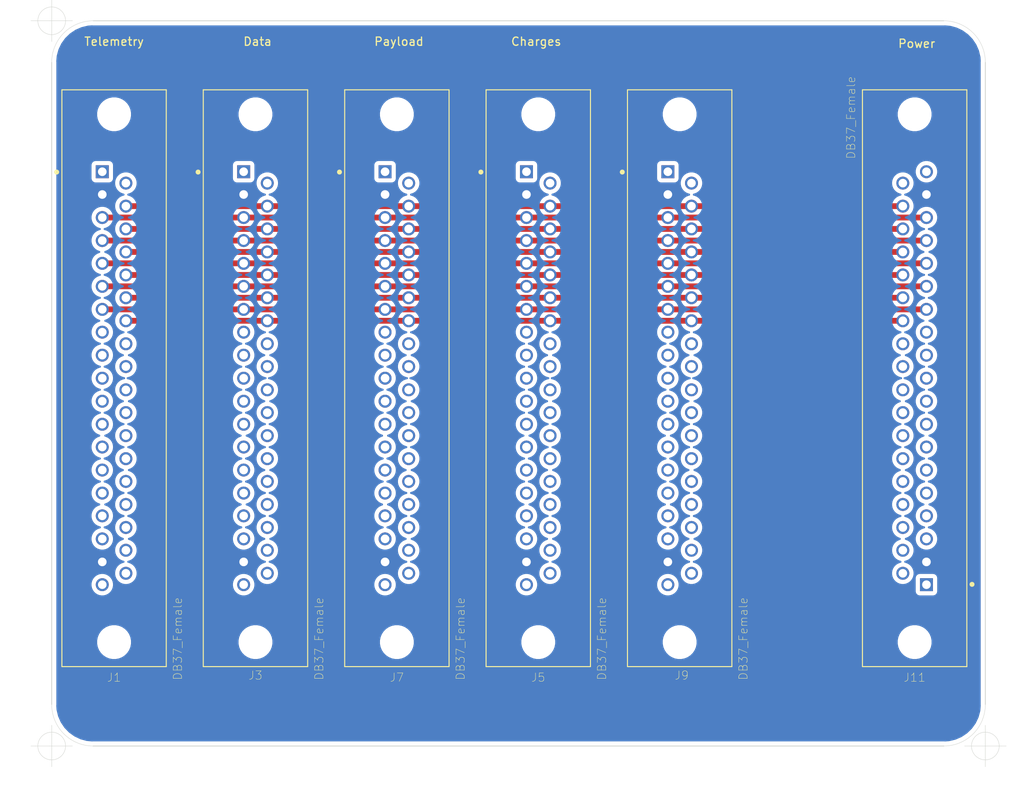
<source format=kicad_pcb>
(kicad_pcb (version 20171130) (host pcbnew "(5.1.10)-1")
  (layers (0 F.Cu signal) (1 5v signal hide) (2 Ground signal hide) (31 3v3 signal hide) (34 B.Paste user) (35 F.Paste user) (36 B.SilkS user) (37 F.SilkS user) (38 B.Mask user) (39 F.Mask user) (44 Edge.Cuts user))
  (net 0 "")
  (net 1 GND)
  (net 2 +5V)
  (net 3 "Net-(J1-Pad36)")
  (net 4 "Net-(J1-Pad35)")
  (net 5 "Net-(J1-Pad34)")
  (net 6 "Net-(J1-Pad33)")
  (net 7 "Net-(J1-Pad32)")
  (net 8 "Net-(J1-Pad31)")
  (net 9 "Net-(J1-Pad30)")
  (net 10 "Net-(J1-Pad29)")
  (net 11 "Net-(J1-Pad28)")
  (net 12 "Net-(J1-Pad27)")
  (net 13 +3V3)
  (net 14 "Net-(J1-Pad17)")
  (net 15 "Net-(J1-Pad16)")
  (net 16 "Net-(J1-Pad15)")
  (net 17 "Net-(J1-Pad14)")
  (net 18 "Net-(J1-Pad13)")
  (net 19 "Net-(J1-Pad12)")
  (net 20 "Net-(J1-Pad11)")
  (net 21 "Net-(J1-Pad9)")
  (net 22 "Net-(J1-Pad8)")
  (net 23 "Net-(J1-Pad10)")
  (net 24 "Net-(J3-Pad36)")
  (net 25 "Net-(J3-Pad35)")
  (net 26 "Net-(J3-Pad34)")
  (net 27 "Net-(J3-Pad33)")
  (net 28 "Net-(J3-Pad32)")
  (net 29 "Net-(J3-Pad31)")
  (net 30 "Net-(J3-Pad30)")
  (net 31 "Net-(J3-Pad29)")
  (net 32 "Net-(J3-Pad28)")
  (net 33 "Net-(J3-Pad27)")
  (net 34 "Net-(J3-Pad17)")
  (net 35 "Net-(J3-Pad16)")
  (net 36 "Net-(J3-Pad15)")
  (net 37 "Net-(J3-Pad14)")
  (net 38 "Net-(J3-Pad13)")
  (net 39 "Net-(J3-Pad12)")
  (net 40 "Net-(J3-Pad11)")
  (net 41 "Net-(J3-Pad9)")
  (net 42 "Net-(J3-Pad8)")
  (net 43 "Net-(J3-Pad10)")
  (net 44 "Net-(J5-Pad36)")
  (net 45 "Net-(J5-Pad35)")
  (net 46 "Net-(J5-Pad34)")
  (net 47 "Net-(J5-Pad33)")
  (net 48 "Net-(J5-Pad32)")
  (net 49 "Net-(J5-Pad31)")
  (net 50 "Net-(J5-Pad30)")
  (net 51 "Net-(J5-Pad29)")
  (net 52 "Net-(J5-Pad28)")
  (net 53 "Net-(J5-Pad27)")
  (net 54 "Net-(J5-Pad17)")
  (net 55 "Net-(J5-Pad16)")
  (net 56 "Net-(J5-Pad15)")
  (net 57 "Net-(J5-Pad14)")
  (net 58 "Net-(J5-Pad13)")
  (net 59 "Net-(J5-Pad12)")
  (net 60 "Net-(J5-Pad11)")
  (net 61 "Net-(J5-Pad9)")
  (net 62 "Net-(J5-Pad8)")
  (net 63 "Net-(J5-Pad10)")
  (net 64 /Fire_Redundant)
  (net 65 /NRT)
  (net 66 /Alert_sda)
  (net 67 /SWCLK)
  (net 68 /t_clk)
  (net 69 /tmosi)
  (net 70 /Fire)
  (net 71 /Alert_active)
  (net 72 /Alert_scl)
  (net 73 /SWDIo)
  (net 74 /tmiso)
  (net 75 "Net-(J7-Pad36)")
  (net 76 "Net-(J7-Pad35)")
  (net 77 "Net-(J7-Pad34)")
  (net 78 "Net-(J7-Pad33)")
  (net 79 "Net-(J7-Pad32)")
  (net 80 "Net-(J7-Pad31)")
  (net 81 "Net-(J7-Pad30)")
  (net 82 "Net-(J7-Pad29)")
  (net 83 "Net-(J7-Pad28)")
  (net 84 "Net-(J7-Pad27)")
  (net 85 "Net-(J7-Pad17)")
  (net 86 "Net-(J7-Pad16)")
  (net 87 "Net-(J7-Pad15)")
  (net 88 "Net-(J7-Pad14)")
  (net 89 "Net-(J7-Pad13)")
  (net 90 "Net-(J7-Pad12)")
  (net 91 "Net-(J7-Pad11)")
  (net 92 "Net-(J7-Pad9)")
  (net 93 "Net-(J7-Pad8)")
  (net 94 "Net-(J7-Pad10)")
  (net 95 "Net-(J9-Pad36)")
  (net 96 "Net-(J9-Pad35)")
  (net 97 "Net-(J9-Pad34)")
  (net 98 "Net-(J9-Pad33)")
  (net 99 "Net-(J9-Pad32)")
  (net 100 "Net-(J9-Pad31)")
  (net 101 "Net-(J9-Pad30)")
  (net 102 "Net-(J9-Pad29)")
  (net 103 "Net-(J9-Pad28)")
  (net 104 "Net-(J9-Pad27)")
  (net 105 "Net-(J9-Pad17)")
  (net 106 "Net-(J9-Pad16)")
  (net 107 "Net-(J9-Pad15)")
  (net 108 "Net-(J9-Pad14)")
  (net 109 "Net-(J9-Pad13)")
  (net 110 "Net-(J9-Pad12)")
  (net 111 "Net-(J9-Pad11)")
  (net 112 "Net-(J9-Pad9)")
  (net 113 "Net-(J9-Pad8)")
  (net 114 "Net-(J9-Pad10)")
  (net 115 "Net-(J11-Pad30)")
  (net 116 "Net-(J11-Pad29)")
  (net 117 "Net-(J11-Pad28)")
  (net 118 "Net-(J11-Pad27)")
  (net 119 "Net-(J11-Pad26)")
  (net 120 "Net-(J11-Pad25)")
  (net 121 "Net-(J11-Pad24)")
  (net 122 "Net-(J11-Pad23)")
  (net 123 "Net-(J11-Pad22)")
  (net 124 "Net-(J11-Pad21)")
  (net 125 "Net-(J11-Pad12)")
  (net 126 "Net-(J11-Pad11)")
  (net 127 "Net-(J11-Pad9)")
  (net 128 "Net-(J11-Pad8)")
  (net 129 "Net-(J11-Pad7)")
  (net 130 "Net-(J11-Pad6)")
  (net 131 "Net-(J11-Pad5)")
  (net 132 "Net-(J11-Pad4)")
  (net 133 "Net-(J11-Pad3)")
  (net 134 "Net-(J11-Pad10)")
  (module 1-747301-6:TE_1-747301-6 (layer F.Cu) (at 196.25 83.25 270)
    (fp_text reference J11 (at 36 0 180) (layer F.SilkS) (effects (font (size 1.00039 1.00039) (thickness 0.05))))
    (fp_text value DB37_Female (at -31.3446 7.64978 90) (layer F.SilkS) (effects (font (size 1.00062 1.00062) (thickness 0.05))))
    (fp_line (start -34.695 -6.275) (end 34.695 -6.275) (layer F.SilkS) (width 0.127))
    (fp_line (start 34.695 -6.275) (end 34.695 6.275) (layer F.SilkS) (width 0.127))
    (fp_line (start 34.695 6.275) (end -34.695 6.275) (layer F.SilkS) (width 0.127))
    (fp_line (start -34.695 6.275) (end -34.695 -6.275) (layer F.SilkS) (width 0.127))
    (fp_circle (center 24.8 -6.9) (end 24.95 -6.9) (layer F.SilkS) (width 0.3))
    (pad 37 thru_hole circle (at -23.47 1.42 270) (size 1.56 1.56) (drill 1.04) (layers *.Cu *.Mask) (net 2 +5V))
    (pad 36 thru_hole circle (at -20.7 1.42 270) (size 1.56 1.56) (drill 1.04) (layers *.Cu *.Mask) (net 69 /tmosi))
    (pad 35 thru_hole circle (at -17.96 1.42 270) (size 1.56 1.56) (drill 1.04) (layers *.Cu *.Mask) (net 68 /t_clk))
    (pad 34 thru_hole circle (at -15.19 1.42 270) (size 1.56 1.56) (drill 1.04) (layers *.Cu *.Mask) (net 67 /SWCLK))
    (pad 33 thru_hole circle (at -12.42 1.42 270) (size 1.56 1.56) (drill 1.04) (layers *.Cu *.Mask) (net 66 /Alert_sda))
    (pad 32 thru_hole circle (at -9.68 1.42 270) (size 1.56 1.56) (drill 1.04) (layers *.Cu *.Mask) (net 65 /NRT))
    (pad 31 thru_hole circle (at -6.91 1.42 270) (size 1.56 1.56) (drill 1.04) (layers *.Cu *.Mask) (net 64 /Fire_Redundant))
    (pad 30 thru_hole circle (at -4.14 1.42 270) (size 1.56 1.56) (drill 1.04) (layers *.Cu *.Mask) (net 115 "Net-(J11-Pad30)"))
    (pad 29 thru_hole circle (at -1.4 1.42 270) (size 1.56 1.56) (drill 1.04) (layers *.Cu *.Mask) (net 116 "Net-(J11-Pad29)"))
    (pad 28 thru_hole circle (at 1.4 1.42 270) (size 1.56 1.56) (drill 1.04) (layers *.Cu *.Mask) (net 117 "Net-(J11-Pad28)"))
    (pad 27 thru_hole circle (at 4.14 1.42 270) (size 1.56 1.56) (drill 1.04) (layers *.Cu *.Mask) (net 118 "Net-(J11-Pad27)"))
    (pad 26 thru_hole circle (at 6.91 1.42 270) (size 1.56 1.56) (drill 1.04) (layers *.Cu *.Mask) (net 119 "Net-(J11-Pad26)"))
    (pad 25 thru_hole circle (at 9.68 1.42 270) (size 1.56 1.56) (drill 1.04) (layers *.Cu *.Mask) (net 120 "Net-(J11-Pad25)"))
    (pad 24 thru_hole circle (at 12.42 1.42 270) (size 1.56 1.56) (drill 1.04) (layers *.Cu *.Mask) (net 121 "Net-(J11-Pad24)"))
    (pad 23 thru_hole circle (at 15.19 1.42 270) (size 1.56 1.56) (drill 1.04) (layers *.Cu *.Mask) (net 122 "Net-(J11-Pad23)"))
    (pad 22 thru_hole circle (at 17.96 1.42 270) (size 1.56 1.56) (drill 1.04) (layers *.Cu *.Mask) (net 123 "Net-(J11-Pad22)"))
    (pad 21 thru_hole circle (at 20.7 1.42 270) (size 1.56 1.56) (drill 1.04) (layers *.Cu *.Mask) (net 124 "Net-(J11-Pad21)"))
    (pad 20 thru_hole circle (at 23.47 1.42 270) (size 1.56 1.56) (drill 1.04) (layers *.Cu *.Mask) (net 2 +5V))
    (pad 19 thru_hole circle (at -24.84 -1.42 270) (size 1.56 1.56) (drill 1.04) (layers *.Cu *.Mask) (net 1 GND))
    (pad 18 thru_hole circle (at -22.1 -1.42 270) (size 1.56 1.56) (drill 1.04) (layers *.Cu *.Mask) (net 13 +3V3))
    (pad 17 thru_hole circle (at -19.33 -1.42 270) (size 1.56 1.56) (drill 1.04) (layers *.Cu *.Mask) (net 74 /tmiso))
    (pad 16 thru_hole circle (at -16.56 -1.42 270) (size 1.56 1.56) (drill 1.04) (layers *.Cu *.Mask) (net 73 /SWDIo))
    (pad 15 thru_hole circle (at -13.82 -1.42 270) (size 1.56 1.56) (drill 1.04) (layers *.Cu *.Mask) (net 72 /Alert_scl))
    (pad 14 thru_hole circle (at -11.05 -1.42 270) (size 1.56 1.56) (drill 1.04) (layers *.Cu *.Mask) (net 71 /Alert_active))
    (pad 13 thru_hole circle (at -8.28 -1.42 270) (size 1.56 1.56) (drill 1.04) (layers *.Cu *.Mask) (net 70 /Fire))
    (pad 12 thru_hole circle (at -5.54 -1.42 270) (size 1.56 1.56) (drill 1.04) (layers *.Cu *.Mask) (net 125 "Net-(J11-Pad12)"))
    (pad 11 thru_hole circle (at -2.77 -1.42 270) (size 1.56 1.56) (drill 1.04) (layers *.Cu *.Mask) (net 126 "Net-(J11-Pad11)"))
    (pad 9 thru_hole circle (at 2.77 -1.42 270) (size 1.56 1.56) (drill 1.04) (layers *.Cu *.Mask) (net 127 "Net-(J11-Pad9)"))
    (pad 8 thru_hole circle (at 5.54 -1.42 270) (size 1.56 1.56) (drill 1.04) (layers *.Cu *.Mask) (net 128 "Net-(J11-Pad8)"))
    (pad 7 thru_hole circle (at 8.28 -1.42 270) (size 1.56 1.56) (drill 1.04) (layers *.Cu *.Mask) (net 129 "Net-(J11-Pad7)"))
    (pad 6 thru_hole circle (at 11.05 -1.42 270) (size 1.56 1.56) (drill 1.04) (layers *.Cu *.Mask) (net 130 "Net-(J11-Pad6)"))
    (pad 5 thru_hole circle (at 13.82 -1.42 270) (size 1.56 1.56) (drill 1.04) (layers *.Cu *.Mask) (net 131 "Net-(J11-Pad5)"))
    (pad 4 thru_hole circle (at 16.56 -1.42 270) (size 1.56 1.56) (drill 1.04) (layers *.Cu *.Mask) (net 132 "Net-(J11-Pad4)"))
    (pad 3 thru_hole circle (at 19.33 -1.42 270) (size 1.56 1.56) (drill 1.04) (layers *.Cu *.Mask) (net 133 "Net-(J11-Pad3)"))
    (pad 2 thru_hole circle (at 22.1 -1.42 270) (size 1.56 1.56) (drill 1.04) (layers *.Cu *.Mask) (net 13 +3V3))
    (pad 10 thru_hole circle (at 0 -1.42 270) (size 1.56 1.56) (drill 1.04) (layers *.Cu *.Mask) (net 134 "Net-(J11-Pad10)"))
    (pad 1 thru_hole rect (at 24.84 -1.42 270) (size 1.56 1.56) (drill 1.04) (layers *.Cu *.Mask) (net 1 GND))
    (pad Hole np_thru_hole circle (at 31.75 0 270) (size 3.05 3.05) (drill 3.05) (layers *.Cu *.Mask))
    (pad Hole np_thru_hole circle (at -31.75 0 270) (size 3.05 3.05) (drill 3.05) (layers *.Cu *.Mask))
  )
  (module 1-747301-6:TE_1-747301-6 (layer F.Cu) (at 168 83.25 90)
    (fp_text reference J9 (at -35.75 0.25 180) (layer F.SilkS) (effects (font (size 1.00039 1.00039) (thickness 0.05))))
    (fp_text value DB37_Female (at -31.3446 7.64978 90) (layer F.SilkS) (effects (font (size 1.00062 1.00062) (thickness 0.05))))
    (fp_line (start -34.695 -6.275) (end 34.695 -6.275) (layer F.SilkS) (width 0.127))
    (fp_line (start 34.695 -6.275) (end 34.695 6.275) (layer F.SilkS) (width 0.127))
    (fp_line (start 34.695 6.275) (end -34.695 6.275) (layer F.SilkS) (width 0.127))
    (fp_line (start -34.695 6.275) (end -34.695 -6.275) (layer F.SilkS) (width 0.127))
    (fp_circle (center 24.8 -6.9) (end 24.95 -6.9) (layer F.SilkS) (width 0.3))
    (pad 37 thru_hole circle (at -23.47 1.42 90) (size 1.56 1.56) (drill 1.04) (layers *.Cu *.Mask) (net 2 +5V))
    (pad 36 thru_hole circle (at -20.7 1.42 90) (size 1.56 1.56) (drill 1.04) (layers *.Cu *.Mask) (net 95 "Net-(J9-Pad36)"))
    (pad 35 thru_hole circle (at -17.96 1.42 90) (size 1.56 1.56) (drill 1.04) (layers *.Cu *.Mask) (net 96 "Net-(J9-Pad35)"))
    (pad 34 thru_hole circle (at -15.19 1.42 90) (size 1.56 1.56) (drill 1.04) (layers *.Cu *.Mask) (net 97 "Net-(J9-Pad34)"))
    (pad 33 thru_hole circle (at -12.42 1.42 90) (size 1.56 1.56) (drill 1.04) (layers *.Cu *.Mask) (net 98 "Net-(J9-Pad33)"))
    (pad 32 thru_hole circle (at -9.68 1.42 90) (size 1.56 1.56) (drill 1.04) (layers *.Cu *.Mask) (net 99 "Net-(J9-Pad32)"))
    (pad 31 thru_hole circle (at -6.91 1.42 90) (size 1.56 1.56) (drill 1.04) (layers *.Cu *.Mask) (net 100 "Net-(J9-Pad31)"))
    (pad 30 thru_hole circle (at -4.14 1.42 90) (size 1.56 1.56) (drill 1.04) (layers *.Cu *.Mask) (net 101 "Net-(J9-Pad30)"))
    (pad 29 thru_hole circle (at -1.4 1.42 90) (size 1.56 1.56) (drill 1.04) (layers *.Cu *.Mask) (net 102 "Net-(J9-Pad29)"))
    (pad 28 thru_hole circle (at 1.4 1.42 90) (size 1.56 1.56) (drill 1.04) (layers *.Cu *.Mask) (net 103 "Net-(J9-Pad28)"))
    (pad 27 thru_hole circle (at 4.14 1.42 90) (size 1.56 1.56) (drill 1.04) (layers *.Cu *.Mask) (net 104 "Net-(J9-Pad27)"))
    (pad 26 thru_hole circle (at 6.91 1.42 90) (size 1.56 1.56) (drill 1.04) (layers *.Cu *.Mask) (net 64 /Fire_Redundant))
    (pad 25 thru_hole circle (at 9.68 1.42 90) (size 1.56 1.56) (drill 1.04) (layers *.Cu *.Mask) (net 65 /NRT))
    (pad 24 thru_hole circle (at 12.42 1.42 90) (size 1.56 1.56) (drill 1.04) (layers *.Cu *.Mask) (net 66 /Alert_sda))
    (pad 23 thru_hole circle (at 15.19 1.42 90) (size 1.56 1.56) (drill 1.04) (layers *.Cu *.Mask) (net 67 /SWCLK))
    (pad 22 thru_hole circle (at 17.96 1.42 90) (size 1.56 1.56) (drill 1.04) (layers *.Cu *.Mask) (net 68 /t_clk))
    (pad 21 thru_hole circle (at 20.7 1.42 90) (size 1.56 1.56) (drill 1.04) (layers *.Cu *.Mask) (net 69 /tmosi))
    (pad 20 thru_hole circle (at 23.47 1.42 90) (size 1.56 1.56) (drill 1.04) (layers *.Cu *.Mask) (net 2 +5V))
    (pad 19 thru_hole circle (at -24.84 -1.42 90) (size 1.56 1.56) (drill 1.04) (layers *.Cu *.Mask) (net 1 GND))
    (pad 18 thru_hole circle (at -22.1 -1.42 90) (size 1.56 1.56) (drill 1.04) (layers *.Cu *.Mask) (net 13 +3V3))
    (pad 17 thru_hole circle (at -19.33 -1.42 90) (size 1.56 1.56) (drill 1.04) (layers *.Cu *.Mask) (net 105 "Net-(J9-Pad17)"))
    (pad 16 thru_hole circle (at -16.56 -1.42 90) (size 1.56 1.56) (drill 1.04) (layers *.Cu *.Mask) (net 106 "Net-(J9-Pad16)"))
    (pad 15 thru_hole circle (at -13.82 -1.42 90) (size 1.56 1.56) (drill 1.04) (layers *.Cu *.Mask) (net 107 "Net-(J9-Pad15)"))
    (pad 14 thru_hole circle (at -11.05 -1.42 90) (size 1.56 1.56) (drill 1.04) (layers *.Cu *.Mask) (net 108 "Net-(J9-Pad14)"))
    (pad 13 thru_hole circle (at -8.28 -1.42 90) (size 1.56 1.56) (drill 1.04) (layers *.Cu *.Mask) (net 109 "Net-(J9-Pad13)"))
    (pad 12 thru_hole circle (at -5.54 -1.42 90) (size 1.56 1.56) (drill 1.04) (layers *.Cu *.Mask) (net 110 "Net-(J9-Pad12)"))
    (pad 11 thru_hole circle (at -2.77 -1.42 90) (size 1.56 1.56) (drill 1.04) (layers *.Cu *.Mask) (net 111 "Net-(J9-Pad11)"))
    (pad 9 thru_hole circle (at 2.77 -1.42 90) (size 1.56 1.56) (drill 1.04) (layers *.Cu *.Mask) (net 112 "Net-(J9-Pad9)"))
    (pad 8 thru_hole circle (at 5.54 -1.42 90) (size 1.56 1.56) (drill 1.04) (layers *.Cu *.Mask) (net 113 "Net-(J9-Pad8)"))
    (pad 7 thru_hole circle (at 8.28 -1.42 90) (size 1.56 1.56) (drill 1.04) (layers *.Cu *.Mask) (net 70 /Fire))
    (pad 6 thru_hole circle (at 11.05 -1.42 90) (size 1.56 1.56) (drill 1.04) (layers *.Cu *.Mask) (net 71 /Alert_active))
    (pad 5 thru_hole circle (at 13.82 -1.42 90) (size 1.56 1.56) (drill 1.04) (layers *.Cu *.Mask) (net 72 /Alert_scl))
    (pad 4 thru_hole circle (at 16.56 -1.42 90) (size 1.56 1.56) (drill 1.04) (layers *.Cu *.Mask) (net 73 /SWDIo))
    (pad 3 thru_hole circle (at 19.33 -1.42 90) (size 1.56 1.56) (drill 1.04) (layers *.Cu *.Mask) (net 74 /tmiso))
    (pad 2 thru_hole circle (at 22.1 -1.42 90) (size 1.56 1.56) (drill 1.04) (layers *.Cu *.Mask) (net 13 +3V3))
    (pad 10 thru_hole circle (at 0 -1.42 90) (size 1.56 1.56) (drill 1.04) (layers *.Cu *.Mask) (net 114 "Net-(J9-Pad10)"))
    (pad 1 thru_hole rect (at 24.84 -1.42 90) (size 1.56 1.56) (drill 1.04) (layers *.Cu *.Mask) (net 1 GND))
    (pad Hole np_thru_hole circle (at 31.75 0 90) (size 3.05 3.05) (drill 3.05) (layers *.Cu *.Mask))
    (pad Hole np_thru_hole circle (at -31.75 0 90) (size 3.05 3.05) (drill 3.05) (layers *.Cu *.Mask))
  )
  (module 1-747301-6:TE_1-747301-6 (layer F.Cu) (at 134 83.25 90)
    (fp_text reference J7 (at -36 0 180) (layer F.SilkS) (effects (font (size 1.00039 1.00039) (thickness 0.05))))
    (fp_text value DB37_Female (at -31.3446 7.64978 90) (layer F.SilkS) (effects (font (size 1.00062 1.00062) (thickness 0.05))))
    (fp_line (start -34.695 -6.275) (end 34.695 -6.275) (layer F.SilkS) (width 0.127))
    (fp_line (start 34.695 -6.275) (end 34.695 6.275) (layer F.SilkS) (width 0.127))
    (fp_line (start 34.695 6.275) (end -34.695 6.275) (layer F.SilkS) (width 0.127))
    (fp_line (start -34.695 6.275) (end -34.695 -6.275) (layer F.SilkS) (width 0.127))
    (fp_circle (center 24.8 -6.9) (end 24.95 -6.9) (layer F.SilkS) (width 0.3))
    (pad 37 thru_hole circle (at -23.47 1.42 90) (size 1.56 1.56) (drill 1.04) (layers *.Cu *.Mask) (net 2 +5V))
    (pad 36 thru_hole circle (at -20.7 1.42 90) (size 1.56 1.56) (drill 1.04) (layers *.Cu *.Mask) (net 75 "Net-(J7-Pad36)"))
    (pad 35 thru_hole circle (at -17.96 1.42 90) (size 1.56 1.56) (drill 1.04) (layers *.Cu *.Mask) (net 76 "Net-(J7-Pad35)"))
    (pad 34 thru_hole circle (at -15.19 1.42 90) (size 1.56 1.56) (drill 1.04) (layers *.Cu *.Mask) (net 77 "Net-(J7-Pad34)"))
    (pad 33 thru_hole circle (at -12.42 1.42 90) (size 1.56 1.56) (drill 1.04) (layers *.Cu *.Mask) (net 78 "Net-(J7-Pad33)"))
    (pad 32 thru_hole circle (at -9.68 1.42 90) (size 1.56 1.56) (drill 1.04) (layers *.Cu *.Mask) (net 79 "Net-(J7-Pad32)"))
    (pad 31 thru_hole circle (at -6.91 1.42 90) (size 1.56 1.56) (drill 1.04) (layers *.Cu *.Mask) (net 80 "Net-(J7-Pad31)"))
    (pad 30 thru_hole circle (at -4.14 1.42 90) (size 1.56 1.56) (drill 1.04) (layers *.Cu *.Mask) (net 81 "Net-(J7-Pad30)"))
    (pad 29 thru_hole circle (at -1.4 1.42 90) (size 1.56 1.56) (drill 1.04) (layers *.Cu *.Mask) (net 82 "Net-(J7-Pad29)"))
    (pad 28 thru_hole circle (at 1.4 1.42 90) (size 1.56 1.56) (drill 1.04) (layers *.Cu *.Mask) (net 83 "Net-(J7-Pad28)"))
    (pad 27 thru_hole circle (at 4.14 1.42 90) (size 1.56 1.56) (drill 1.04) (layers *.Cu *.Mask) (net 84 "Net-(J7-Pad27)"))
    (pad 26 thru_hole circle (at 6.91 1.42 90) (size 1.56 1.56) (drill 1.04) (layers *.Cu *.Mask) (net 64 /Fire_Redundant))
    (pad 25 thru_hole circle (at 9.68 1.42 90) (size 1.56 1.56) (drill 1.04) (layers *.Cu *.Mask) (net 65 /NRT))
    (pad 24 thru_hole circle (at 12.42 1.42 90) (size 1.56 1.56) (drill 1.04) (layers *.Cu *.Mask) (net 66 /Alert_sda))
    (pad 23 thru_hole circle (at 15.19 1.42 90) (size 1.56 1.56) (drill 1.04) (layers *.Cu *.Mask) (net 67 /SWCLK))
    (pad 22 thru_hole circle (at 17.96 1.42 90) (size 1.56 1.56) (drill 1.04) (layers *.Cu *.Mask) (net 68 /t_clk))
    (pad 21 thru_hole circle (at 20.7 1.42 90) (size 1.56 1.56) (drill 1.04) (layers *.Cu *.Mask) (net 69 /tmosi))
    (pad 20 thru_hole circle (at 23.47 1.42 90) (size 1.56 1.56) (drill 1.04) (layers *.Cu *.Mask) (net 2 +5V))
    (pad 19 thru_hole circle (at -24.84 -1.42 90) (size 1.56 1.56) (drill 1.04) (layers *.Cu *.Mask) (net 1 GND))
    (pad 18 thru_hole circle (at -22.1 -1.42 90) (size 1.56 1.56) (drill 1.04) (layers *.Cu *.Mask) (net 13 +3V3))
    (pad 17 thru_hole circle (at -19.33 -1.42 90) (size 1.56 1.56) (drill 1.04) (layers *.Cu *.Mask) (net 85 "Net-(J7-Pad17)"))
    (pad 16 thru_hole circle (at -16.56 -1.42 90) (size 1.56 1.56) (drill 1.04) (layers *.Cu *.Mask) (net 86 "Net-(J7-Pad16)"))
    (pad 15 thru_hole circle (at -13.82 -1.42 90) (size 1.56 1.56) (drill 1.04) (layers *.Cu *.Mask) (net 87 "Net-(J7-Pad15)"))
    (pad 14 thru_hole circle (at -11.05 -1.42 90) (size 1.56 1.56) (drill 1.04) (layers *.Cu *.Mask) (net 88 "Net-(J7-Pad14)"))
    (pad 13 thru_hole circle (at -8.28 -1.42 90) (size 1.56 1.56) (drill 1.04) (layers *.Cu *.Mask) (net 89 "Net-(J7-Pad13)"))
    (pad 12 thru_hole circle (at -5.54 -1.42 90) (size 1.56 1.56) (drill 1.04) (layers *.Cu *.Mask) (net 90 "Net-(J7-Pad12)"))
    (pad 11 thru_hole circle (at -2.77 -1.42 90) (size 1.56 1.56) (drill 1.04) (layers *.Cu *.Mask) (net 91 "Net-(J7-Pad11)"))
    (pad 9 thru_hole circle (at 2.77 -1.42 90) (size 1.56 1.56) (drill 1.04) (layers *.Cu *.Mask) (net 92 "Net-(J7-Pad9)"))
    (pad 8 thru_hole circle (at 5.54 -1.42 90) (size 1.56 1.56) (drill 1.04) (layers *.Cu *.Mask) (net 93 "Net-(J7-Pad8)"))
    (pad 7 thru_hole circle (at 8.28 -1.42 90) (size 1.56 1.56) (drill 1.04) (layers *.Cu *.Mask) (net 70 /Fire))
    (pad 6 thru_hole circle (at 11.05 -1.42 90) (size 1.56 1.56) (drill 1.04) (layers *.Cu *.Mask) (net 71 /Alert_active))
    (pad 5 thru_hole circle (at 13.82 -1.42 90) (size 1.56 1.56) (drill 1.04) (layers *.Cu *.Mask) (net 72 /Alert_scl))
    (pad 4 thru_hole circle (at 16.56 -1.42 90) (size 1.56 1.56) (drill 1.04) (layers *.Cu *.Mask) (net 73 /SWDIo))
    (pad 3 thru_hole circle (at 19.33 -1.42 90) (size 1.56 1.56) (drill 1.04) (layers *.Cu *.Mask) (net 74 /tmiso))
    (pad 2 thru_hole circle (at 22.1 -1.42 90) (size 1.56 1.56) (drill 1.04) (layers *.Cu *.Mask) (net 13 +3V3))
    (pad 10 thru_hole circle (at 0 -1.42 90) (size 1.56 1.56) (drill 1.04) (layers *.Cu *.Mask) (net 94 "Net-(J7-Pad10)"))
    (pad 1 thru_hole rect (at 24.84 -1.42 90) (size 1.56 1.56) (drill 1.04) (layers *.Cu *.Mask) (net 1 GND))
    (pad Hole np_thru_hole circle (at 31.75 0 90) (size 3.05 3.05) (drill 3.05) (layers *.Cu *.Mask))
    (pad Hole np_thru_hole circle (at -31.75 0 90) (size 3.05 3.05) (drill 3.05) (layers *.Cu *.Mask))
  )
  (module 1-747301-6:TE_1-747301-6 (layer F.Cu) (at 151 83.25 90)
    (fp_text reference J5 (at -36 0 180) (layer F.SilkS) (effects (font (size 1.00039 1.00039) (thickness 0.05))))
    (fp_text value DB37_Female (at -31.3446 7.64978 90) (layer F.SilkS) (effects (font (size 1.00062 1.00062) (thickness 0.05))))
    (fp_line (start -34.695 -6.275) (end 34.695 -6.275) (layer F.SilkS) (width 0.127))
    (fp_line (start 34.695 -6.275) (end 34.695 6.275) (layer F.SilkS) (width 0.127))
    (fp_line (start 34.695 6.275) (end -34.695 6.275) (layer F.SilkS) (width 0.127))
    (fp_line (start -34.695 6.275) (end -34.695 -6.275) (layer F.SilkS) (width 0.127))
    (fp_circle (center 24.8 -6.9) (end 24.95 -6.9) (layer F.SilkS) (width 0.3))
    (pad 37 thru_hole circle (at -23.47 1.42 90) (size 1.56 1.56) (drill 1.04) (layers *.Cu *.Mask) (net 2 +5V))
    (pad 36 thru_hole circle (at -20.7 1.42 90) (size 1.56 1.56) (drill 1.04) (layers *.Cu *.Mask) (net 44 "Net-(J5-Pad36)"))
    (pad 35 thru_hole circle (at -17.96 1.42 90) (size 1.56 1.56) (drill 1.04) (layers *.Cu *.Mask) (net 45 "Net-(J5-Pad35)"))
    (pad 34 thru_hole circle (at -15.19 1.42 90) (size 1.56 1.56) (drill 1.04) (layers *.Cu *.Mask) (net 46 "Net-(J5-Pad34)"))
    (pad 33 thru_hole circle (at -12.42 1.42 90) (size 1.56 1.56) (drill 1.04) (layers *.Cu *.Mask) (net 47 "Net-(J5-Pad33)"))
    (pad 32 thru_hole circle (at -9.68 1.42 90) (size 1.56 1.56) (drill 1.04) (layers *.Cu *.Mask) (net 48 "Net-(J5-Pad32)"))
    (pad 31 thru_hole circle (at -6.91 1.42 90) (size 1.56 1.56) (drill 1.04) (layers *.Cu *.Mask) (net 49 "Net-(J5-Pad31)"))
    (pad 30 thru_hole circle (at -4.14 1.42 90) (size 1.56 1.56) (drill 1.04) (layers *.Cu *.Mask) (net 50 "Net-(J5-Pad30)"))
    (pad 29 thru_hole circle (at -1.4 1.42 90) (size 1.56 1.56) (drill 1.04) (layers *.Cu *.Mask) (net 51 "Net-(J5-Pad29)"))
    (pad 28 thru_hole circle (at 1.4 1.42 90) (size 1.56 1.56) (drill 1.04) (layers *.Cu *.Mask) (net 52 "Net-(J5-Pad28)"))
    (pad 27 thru_hole circle (at 4.14 1.42 90) (size 1.56 1.56) (drill 1.04) (layers *.Cu *.Mask) (net 53 "Net-(J5-Pad27)"))
    (pad 26 thru_hole circle (at 6.91 1.42 90) (size 1.56 1.56) (drill 1.04) (layers *.Cu *.Mask) (net 64 /Fire_Redundant))
    (pad 25 thru_hole circle (at 9.68 1.42 90) (size 1.56 1.56) (drill 1.04) (layers *.Cu *.Mask) (net 65 /NRT))
    (pad 24 thru_hole circle (at 12.42 1.42 90) (size 1.56 1.56) (drill 1.04) (layers *.Cu *.Mask) (net 66 /Alert_sda))
    (pad 23 thru_hole circle (at 15.19 1.42 90) (size 1.56 1.56) (drill 1.04) (layers *.Cu *.Mask) (net 67 /SWCLK))
    (pad 22 thru_hole circle (at 17.96 1.42 90) (size 1.56 1.56) (drill 1.04) (layers *.Cu *.Mask) (net 68 /t_clk))
    (pad 21 thru_hole circle (at 20.7 1.42 90) (size 1.56 1.56) (drill 1.04) (layers *.Cu *.Mask) (net 69 /tmosi))
    (pad 20 thru_hole circle (at 23.47 1.42 90) (size 1.56 1.56) (drill 1.04) (layers *.Cu *.Mask) (net 2 +5V))
    (pad 19 thru_hole circle (at -24.84 -1.42 90) (size 1.56 1.56) (drill 1.04) (layers *.Cu *.Mask) (net 1 GND))
    (pad 18 thru_hole circle (at -22.1 -1.42 90) (size 1.56 1.56) (drill 1.04) (layers *.Cu *.Mask) (net 13 +3V3))
    (pad 17 thru_hole circle (at -19.33 -1.42 90) (size 1.56 1.56) (drill 1.04) (layers *.Cu *.Mask) (net 54 "Net-(J5-Pad17)"))
    (pad 16 thru_hole circle (at -16.56 -1.42 90) (size 1.56 1.56) (drill 1.04) (layers *.Cu *.Mask) (net 55 "Net-(J5-Pad16)"))
    (pad 15 thru_hole circle (at -13.82 -1.42 90) (size 1.56 1.56) (drill 1.04) (layers *.Cu *.Mask) (net 56 "Net-(J5-Pad15)"))
    (pad 14 thru_hole circle (at -11.05 -1.42 90) (size 1.56 1.56) (drill 1.04) (layers *.Cu *.Mask) (net 57 "Net-(J5-Pad14)"))
    (pad 13 thru_hole circle (at -8.28 -1.42 90) (size 1.56 1.56) (drill 1.04) (layers *.Cu *.Mask) (net 58 "Net-(J5-Pad13)"))
    (pad 12 thru_hole circle (at -5.54 -1.42 90) (size 1.56 1.56) (drill 1.04) (layers *.Cu *.Mask) (net 59 "Net-(J5-Pad12)"))
    (pad 11 thru_hole circle (at -2.77 -1.42 90) (size 1.56 1.56) (drill 1.04) (layers *.Cu *.Mask) (net 60 "Net-(J5-Pad11)"))
    (pad 9 thru_hole circle (at 2.77 -1.42 90) (size 1.56 1.56) (drill 1.04) (layers *.Cu *.Mask) (net 61 "Net-(J5-Pad9)"))
    (pad 8 thru_hole circle (at 5.54 -1.42 90) (size 1.56 1.56) (drill 1.04) (layers *.Cu *.Mask) (net 62 "Net-(J5-Pad8)"))
    (pad 7 thru_hole circle (at 8.28 -1.42 90) (size 1.56 1.56) (drill 1.04) (layers *.Cu *.Mask) (net 70 /Fire))
    (pad 6 thru_hole circle (at 11.05 -1.42 90) (size 1.56 1.56) (drill 1.04) (layers *.Cu *.Mask) (net 71 /Alert_active))
    (pad 5 thru_hole circle (at 13.82 -1.42 90) (size 1.56 1.56) (drill 1.04) (layers *.Cu *.Mask) (net 72 /Alert_scl))
    (pad 4 thru_hole circle (at 16.56 -1.42 90) (size 1.56 1.56) (drill 1.04) (layers *.Cu *.Mask) (net 73 /SWDIo))
    (pad 3 thru_hole circle (at 19.33 -1.42 90) (size 1.56 1.56) (drill 1.04) (layers *.Cu *.Mask) (net 74 /tmiso))
    (pad 2 thru_hole circle (at 22.1 -1.42 90) (size 1.56 1.56) (drill 1.04) (layers *.Cu *.Mask) (net 13 +3V3))
    (pad 10 thru_hole circle (at 0 -1.42 90) (size 1.56 1.56) (drill 1.04) (layers *.Cu *.Mask) (net 63 "Net-(J5-Pad10)"))
    (pad 1 thru_hole rect (at 24.84 -1.42 90) (size 1.56 1.56) (drill 1.04) (layers *.Cu *.Mask) (net 1 GND))
    (pad Hole np_thru_hole circle (at 31.75 0 90) (size 3.05 3.05) (drill 3.05) (layers *.Cu *.Mask))
    (pad Hole np_thru_hole circle (at -31.75 0 90) (size 3.05 3.05) (drill 3.05) (layers *.Cu *.Mask))
  )
  (module 1-747301-6:TE_1-747301-6 (layer F.Cu) (at 117 83.25 90)
    (fp_text reference J3 (at -35.75 0 180) (layer F.SilkS) (effects (font (size 1.00039 1.00039) (thickness 0.05))))
    (fp_text value DB37_Female (at -31.3446 7.64978 90) (layer F.SilkS) (effects (font (size 1.00062 1.00062) (thickness 0.05))))
    (fp_line (start -34.695 -6.275) (end 34.695 -6.275) (layer F.SilkS) (width 0.127))
    (fp_line (start 34.695 -6.275) (end 34.695 6.275) (layer F.SilkS) (width 0.127))
    (fp_line (start 34.695 6.275) (end -34.695 6.275) (layer F.SilkS) (width 0.127))
    (fp_line (start -34.695 6.275) (end -34.695 -6.275) (layer F.SilkS) (width 0.127))
    (fp_circle (center 24.8 -6.9) (end 24.95 -6.9) (layer F.SilkS) (width 0.3))
    (pad 37 thru_hole circle (at -23.47 1.42 90) (size 1.56 1.56) (drill 1.04) (layers *.Cu *.Mask) (net 2 +5V))
    (pad 36 thru_hole circle (at -20.7 1.42 90) (size 1.56 1.56) (drill 1.04) (layers *.Cu *.Mask) (net 24 "Net-(J3-Pad36)"))
    (pad 35 thru_hole circle (at -17.96 1.42 90) (size 1.56 1.56) (drill 1.04) (layers *.Cu *.Mask) (net 25 "Net-(J3-Pad35)"))
    (pad 34 thru_hole circle (at -15.19 1.42 90) (size 1.56 1.56) (drill 1.04) (layers *.Cu *.Mask) (net 26 "Net-(J3-Pad34)"))
    (pad 33 thru_hole circle (at -12.42 1.42 90) (size 1.56 1.56) (drill 1.04) (layers *.Cu *.Mask) (net 27 "Net-(J3-Pad33)"))
    (pad 32 thru_hole circle (at -9.68 1.42 90) (size 1.56 1.56) (drill 1.04) (layers *.Cu *.Mask) (net 28 "Net-(J3-Pad32)"))
    (pad 31 thru_hole circle (at -6.91 1.42 90) (size 1.56 1.56) (drill 1.04) (layers *.Cu *.Mask) (net 29 "Net-(J3-Pad31)"))
    (pad 30 thru_hole circle (at -4.14 1.42 90) (size 1.56 1.56) (drill 1.04) (layers *.Cu *.Mask) (net 30 "Net-(J3-Pad30)"))
    (pad 29 thru_hole circle (at -1.4 1.42 90) (size 1.56 1.56) (drill 1.04) (layers *.Cu *.Mask) (net 31 "Net-(J3-Pad29)"))
    (pad 28 thru_hole circle (at 1.4 1.42 90) (size 1.56 1.56) (drill 1.04) (layers *.Cu *.Mask) (net 32 "Net-(J3-Pad28)"))
    (pad 27 thru_hole circle (at 4.14 1.42 90) (size 1.56 1.56) (drill 1.04) (layers *.Cu *.Mask) (net 33 "Net-(J3-Pad27)"))
    (pad 26 thru_hole circle (at 6.91 1.42 90) (size 1.56 1.56) (drill 1.04) (layers *.Cu *.Mask) (net 64 /Fire_Redundant))
    (pad 25 thru_hole circle (at 9.68 1.42 90) (size 1.56 1.56) (drill 1.04) (layers *.Cu *.Mask) (net 65 /NRT))
    (pad 24 thru_hole circle (at 12.42 1.42 90) (size 1.56 1.56) (drill 1.04) (layers *.Cu *.Mask) (net 66 /Alert_sda))
    (pad 23 thru_hole circle (at 15.19 1.42 90) (size 1.56 1.56) (drill 1.04) (layers *.Cu *.Mask) (net 67 /SWCLK))
    (pad 22 thru_hole circle (at 17.96 1.42 90) (size 1.56 1.56) (drill 1.04) (layers *.Cu *.Mask) (net 68 /t_clk))
    (pad 21 thru_hole circle (at 20.7 1.42 90) (size 1.56 1.56) (drill 1.04) (layers *.Cu *.Mask) (net 69 /tmosi))
    (pad 20 thru_hole circle (at 23.47 1.42 90) (size 1.56 1.56) (drill 1.04) (layers *.Cu *.Mask) (net 2 +5V))
    (pad 19 thru_hole circle (at -24.84 -1.42 90) (size 1.56 1.56) (drill 1.04) (layers *.Cu *.Mask) (net 1 GND))
    (pad 18 thru_hole circle (at -22.1 -1.42 90) (size 1.56 1.56) (drill 1.04) (layers *.Cu *.Mask) (net 13 +3V3))
    (pad 17 thru_hole circle (at -19.33 -1.42 90) (size 1.56 1.56) (drill 1.04) (layers *.Cu *.Mask) (net 34 "Net-(J3-Pad17)"))
    (pad 16 thru_hole circle (at -16.56 -1.42 90) (size 1.56 1.56) (drill 1.04) (layers *.Cu *.Mask) (net 35 "Net-(J3-Pad16)"))
    (pad 15 thru_hole circle (at -13.82 -1.42 90) (size 1.56 1.56) (drill 1.04) (layers *.Cu *.Mask) (net 36 "Net-(J3-Pad15)"))
    (pad 14 thru_hole circle (at -11.05 -1.42 90) (size 1.56 1.56) (drill 1.04) (layers *.Cu *.Mask) (net 37 "Net-(J3-Pad14)"))
    (pad 13 thru_hole circle (at -8.28 -1.42 90) (size 1.56 1.56) (drill 1.04) (layers *.Cu *.Mask) (net 38 "Net-(J3-Pad13)"))
    (pad 12 thru_hole circle (at -5.54 -1.42 90) (size 1.56 1.56) (drill 1.04) (layers *.Cu *.Mask) (net 39 "Net-(J3-Pad12)"))
    (pad 11 thru_hole circle (at -2.77 -1.42 90) (size 1.56 1.56) (drill 1.04) (layers *.Cu *.Mask) (net 40 "Net-(J3-Pad11)"))
    (pad 9 thru_hole circle (at 2.77 -1.42 90) (size 1.56 1.56) (drill 1.04) (layers *.Cu *.Mask) (net 41 "Net-(J3-Pad9)"))
    (pad 8 thru_hole circle (at 5.54 -1.42 90) (size 1.56 1.56) (drill 1.04) (layers *.Cu *.Mask) (net 42 "Net-(J3-Pad8)"))
    (pad 7 thru_hole circle (at 8.28 -1.42 90) (size 1.56 1.56) (drill 1.04) (layers *.Cu *.Mask) (net 70 /Fire))
    (pad 6 thru_hole circle (at 11.05 -1.42 90) (size 1.56 1.56) (drill 1.04) (layers *.Cu *.Mask) (net 71 /Alert_active))
    (pad 5 thru_hole circle (at 13.82 -1.42 90) (size 1.56 1.56) (drill 1.04) (layers *.Cu *.Mask) (net 72 /Alert_scl))
    (pad 4 thru_hole circle (at 16.56 -1.42 90) (size 1.56 1.56) (drill 1.04) (layers *.Cu *.Mask) (net 73 /SWDIo))
    (pad 3 thru_hole circle (at 19.33 -1.42 90) (size 1.56 1.56) (drill 1.04) (layers *.Cu *.Mask) (net 74 /tmiso))
    (pad 2 thru_hole circle (at 22.1 -1.42 90) (size 1.56 1.56) (drill 1.04) (layers *.Cu *.Mask) (net 13 +3V3))
    (pad 10 thru_hole circle (at 0 -1.42 90) (size 1.56 1.56) (drill 1.04) (layers *.Cu *.Mask) (net 43 "Net-(J3-Pad10)"))
    (pad 1 thru_hole rect (at 24.84 -1.42 90) (size 1.56 1.56) (drill 1.04) (layers *.Cu *.Mask) (net 1 GND))
    (pad Hole np_thru_hole circle (at 31.75 0 90) (size 3.05 3.05) (drill 3.05) (layers *.Cu *.Mask))
    (pad Hole np_thru_hole circle (at -31.75 0 90) (size 3.05 3.05) (drill 3.05) (layers *.Cu *.Mask))
  )
  (module 1-747301-6:TE_1-747301-6 (layer F.Cu) (at 100 83.25 90)
    (fp_text reference J1 (at -36 0 180) (layer F.SilkS) (effects (font (size 1.00039 1.00039) (thickness 0.05))))
    (fp_text value DB37_Female (at -31.3446 7.64978 90) (layer F.SilkS) (effects (font (size 1.00062 1.00062) (thickness 0.05))))
    (fp_line (start -34.695 -6.275) (end 34.695 -6.275) (layer F.SilkS) (width 0.127))
    (fp_line (start 34.695 -6.275) (end 34.695 6.275) (layer F.SilkS) (width 0.127))
    (fp_line (start 34.695 6.275) (end -34.695 6.275) (layer F.SilkS) (width 0.127))
    (fp_line (start -34.695 6.275) (end -34.695 -6.275) (layer F.SilkS) (width 0.127))
    (fp_circle (center 24.8 -6.9) (end 24.95 -6.9) (layer F.SilkS) (width 0.3))
    (pad 37 thru_hole circle (at -23.47 1.42 90) (size 1.56 1.56) (drill 1.04) (layers *.Cu *.Mask) (net 2 +5V))
    (pad 36 thru_hole circle (at -20.7 1.42 90) (size 1.56 1.56) (drill 1.04) (layers *.Cu *.Mask) (net 3 "Net-(J1-Pad36)"))
    (pad 35 thru_hole circle (at -17.96 1.42 90) (size 1.56 1.56) (drill 1.04) (layers *.Cu *.Mask) (net 4 "Net-(J1-Pad35)"))
    (pad 34 thru_hole circle (at -15.19 1.42 90) (size 1.56 1.56) (drill 1.04) (layers *.Cu *.Mask) (net 5 "Net-(J1-Pad34)"))
    (pad 33 thru_hole circle (at -12.42 1.42 90) (size 1.56 1.56) (drill 1.04) (layers *.Cu *.Mask) (net 6 "Net-(J1-Pad33)"))
    (pad 32 thru_hole circle (at -9.68 1.42 90) (size 1.56 1.56) (drill 1.04) (layers *.Cu *.Mask) (net 7 "Net-(J1-Pad32)"))
    (pad 31 thru_hole circle (at -6.91 1.42 90) (size 1.56 1.56) (drill 1.04) (layers *.Cu *.Mask) (net 8 "Net-(J1-Pad31)"))
    (pad 30 thru_hole circle (at -4.14 1.42 90) (size 1.56 1.56) (drill 1.04) (layers *.Cu *.Mask) (net 9 "Net-(J1-Pad30)"))
    (pad 29 thru_hole circle (at -1.4 1.42 90) (size 1.56 1.56) (drill 1.04) (layers *.Cu *.Mask) (net 10 "Net-(J1-Pad29)"))
    (pad 28 thru_hole circle (at 1.4 1.42 90) (size 1.56 1.56) (drill 1.04) (layers *.Cu *.Mask) (net 11 "Net-(J1-Pad28)"))
    (pad 27 thru_hole circle (at 4.14 1.42 90) (size 1.56 1.56) (drill 1.04) (layers *.Cu *.Mask) (net 12 "Net-(J1-Pad27)"))
    (pad 26 thru_hole circle (at 6.91 1.42 90) (size 1.56 1.56) (drill 1.04) (layers *.Cu *.Mask) (net 64 /Fire_Redundant))
    (pad 25 thru_hole circle (at 9.68 1.42 90) (size 1.56 1.56) (drill 1.04) (layers *.Cu *.Mask) (net 65 /NRT))
    (pad 24 thru_hole circle (at 12.42 1.42 90) (size 1.56 1.56) (drill 1.04) (layers *.Cu *.Mask) (net 66 /Alert_sda))
    (pad 23 thru_hole circle (at 15.19 1.42 90) (size 1.56 1.56) (drill 1.04) (layers *.Cu *.Mask) (net 67 /SWCLK))
    (pad 22 thru_hole circle (at 17.96 1.42 90) (size 1.56 1.56) (drill 1.04) (layers *.Cu *.Mask) (net 68 /t_clk))
    (pad 21 thru_hole circle (at 20.7 1.42 90) (size 1.56 1.56) (drill 1.04) (layers *.Cu *.Mask) (net 69 /tmosi))
    (pad 20 thru_hole circle (at 23.47 1.42 90) (size 1.56 1.56) (drill 1.04) (layers *.Cu *.Mask) (net 2 +5V))
    (pad 19 thru_hole circle (at -24.84 -1.42 90) (size 1.56 1.56) (drill 1.04) (layers *.Cu *.Mask) (net 1 GND))
    (pad 18 thru_hole circle (at -22.1 -1.42 90) (size 1.56 1.56) (drill 1.04) (layers *.Cu *.Mask) (net 13 +3V3))
    (pad 17 thru_hole circle (at -19.33 -1.42 90) (size 1.56 1.56) (drill 1.04) (layers *.Cu *.Mask) (net 14 "Net-(J1-Pad17)"))
    (pad 16 thru_hole circle (at -16.56 -1.42 90) (size 1.56 1.56) (drill 1.04) (layers *.Cu *.Mask) (net 15 "Net-(J1-Pad16)"))
    (pad 15 thru_hole circle (at -13.82 -1.42 90) (size 1.56 1.56) (drill 1.04) (layers *.Cu *.Mask) (net 16 "Net-(J1-Pad15)"))
    (pad 14 thru_hole circle (at -11.05 -1.42 90) (size 1.56 1.56) (drill 1.04) (layers *.Cu *.Mask) (net 17 "Net-(J1-Pad14)"))
    (pad 13 thru_hole circle (at -8.28 -1.42 90) (size 1.56 1.56) (drill 1.04) (layers *.Cu *.Mask) (net 18 "Net-(J1-Pad13)"))
    (pad 12 thru_hole circle (at -5.54 -1.42 90) (size 1.56 1.56) (drill 1.04) (layers *.Cu *.Mask) (net 19 "Net-(J1-Pad12)"))
    (pad 11 thru_hole circle (at -2.77 -1.42 90) (size 1.56 1.56) (drill 1.04) (layers *.Cu *.Mask) (net 20 "Net-(J1-Pad11)"))
    (pad 9 thru_hole circle (at 2.77 -1.42 90) (size 1.56 1.56) (drill 1.04) (layers *.Cu *.Mask) (net 21 "Net-(J1-Pad9)"))
    (pad 8 thru_hole circle (at 5.54 -1.42 90) (size 1.56 1.56) (drill 1.04) (layers *.Cu *.Mask) (net 22 "Net-(J1-Pad8)"))
    (pad 7 thru_hole circle (at 8.28 -1.42 90) (size 1.56 1.56) (drill 1.04) (layers *.Cu *.Mask) (net 70 /Fire))
    (pad 6 thru_hole circle (at 11.05 -1.42 90) (size 1.56 1.56) (drill 1.04) (layers *.Cu *.Mask) (net 71 /Alert_active))
    (pad 5 thru_hole circle (at 13.82 -1.42 90) (size 1.56 1.56) (drill 1.04) (layers *.Cu *.Mask) (net 72 /Alert_scl))
    (pad 4 thru_hole circle (at 16.56 -1.42 90) (size 1.56 1.56) (drill 1.04) (layers *.Cu *.Mask) (net 73 /SWDIo))
    (pad 3 thru_hole circle (at 19.33 -1.42 90) (size 1.56 1.56) (drill 1.04) (layers *.Cu *.Mask) (net 74 /tmiso))
    (pad 2 thru_hole circle (at 22.1 -1.42 90) (size 1.56 1.56) (drill 1.04) (layers *.Cu *.Mask) (net 13 +3V3))
    (pad 10 thru_hole circle (at 0 -1.42 90) (size 1.56 1.56) (drill 1.04) (layers *.Cu *.Mask) (net 23 "Net-(J1-Pad10)"))
    (pad 1 thru_hole rect (at 24.84 -1.42 90) (size 1.56 1.56) (drill 1.04) (layers *.Cu *.Mask) (net 1 GND))
    (pad Hole np_thru_hole circle (at 31.75 0 90) (size 3.05 3.05) (drill 3.05) (layers *.Cu *.Mask))
    (pad Hole np_thru_hole circle (at -31.75 0 90) (size 3.05 3.05) (drill 3.05) (layers *.Cu *.Mask))
  )
  (gr_arc (start 199.75 122.5) (end 199.75 127.5) (angle -90) (layer Edge.Cuts) (width 0.05))
  (gr_arc (start 97.5 122.5) (end 92.5 122.5) (angle -90) (layer Edge.Cuts) (width 0.05))
  (gr_arc (start 199.75 45.25) (end 204.75 45.25) (angle -90) (layer Edge.Cuts) (width 0.05))
  (target plus (at 92.5 40.25) (size 5) (width 0.05) (layer Edge.Cuts))
  (gr_arc (start 97.5 45.25) (end 97.5 40.25) (angle -90) (layer Edge.Cuts) (width 0.05))
  (gr_text Power (at 196.5 43) (layer F.SilkS) (effects (font (size 1 1))))
  (gr_text Charges (at 150.75 42.75) (layer F.SilkS) (effects (font (size 1 1))))
  (gr_text "Payload\n" (at 134.25 42.75) (layer F.SilkS) (effects (font (size 1 1))))
  (gr_text Data (at 117.25 42.75) (layer F.SilkS) (effects (font (size 1 1))))
  (gr_text "Telemetry\n" (at 100 42.75) (layer F.SilkS) (effects (font (size 1 1))))
  (gr_line (start 204.75 45.25) (end 204.75 122.5) (layer Edge.Cuts) (width 0.1))
  (gr_line (start 97.5 40.25) (end 199.75 40.25) (layer Edge.Cuts) (width 0.1))
  (gr_line (start 92.5 122.5) (end 92.5 45.25) (layer Edge.Cuts) (width 0.1))
  (gr_line (start 199.75 127.5) (end 97.5 127.5) (layer Edge.Cuts) (width 0.1))
  (target plus (at 204.75 127.5) (size 5) (width 0.05) (layer Edge.Cuts))
  (target plus (at 92.5 127.5) (size 5) (width 0.05) (layer Edge.Cuts))
  (segment (start 101.42 76.34) (end 194.83 76.34) (width 0.7) (layer F.Cu) (net 64))
  (segment (start 101.42 73.57) (end 194.83 73.57) (width 0.7) (layer F.Cu) (net 65))
  (segment (start 167.178402 70.83) (end 194.83 70.83) (width 0.7) (layer F.Cu) (net 66))
  (segment (start 101.42 70.83) (end 167.178402 70.83) (width 0.7) (layer F.Cu) (net 66))
  (segment (start 101.42 68.06) (end 194.83 68.06) (width 0.7) (layer F.Cu) (net 67))
  (segment (start 101.42 65.29) (end 194.83 65.29) (width 0.7) (layer F.Cu) (net 68))
  (segment (start 101.42 62.55) (end 194.83 62.55) (width 0.7) (layer F.Cu) (net 69))
  (segment (start 197.67 74.97) (end 98.58 74.97) (width 0.7) (layer F.Cu) (net 70))
  (segment (start 197.67 72.2) (end 98.58 72.2) (width 0.7) (layer F.Cu) (net 71))
  (segment (start 197.67 69.43) (end 98.58 69.43) (width 0.7) (layer F.Cu) (net 72))
  (segment (start 197.67 66.69) (end 98.58 66.69) (width 0.7) (layer F.Cu) (net 73))
  (segment (start 197.67 63.92) (end 98.58 63.92) (width 0.7) (layer F.Cu) (net 74))
  (zone (net 13) (net_name +3V3) (layer 3v3) (connect_pads yes (clearance 0.508)) (min_thickness 0.254) (fill yes (arc_segments 32) (thermal_gap 0.508) (thermal_bridge_width 0.508))
    (polygon (pts (xy 204.75 127.5) (xy 92.5 127.5) (xy 92.5 40.25) (xy 204.75 40.25)))
  )
)
</source>
